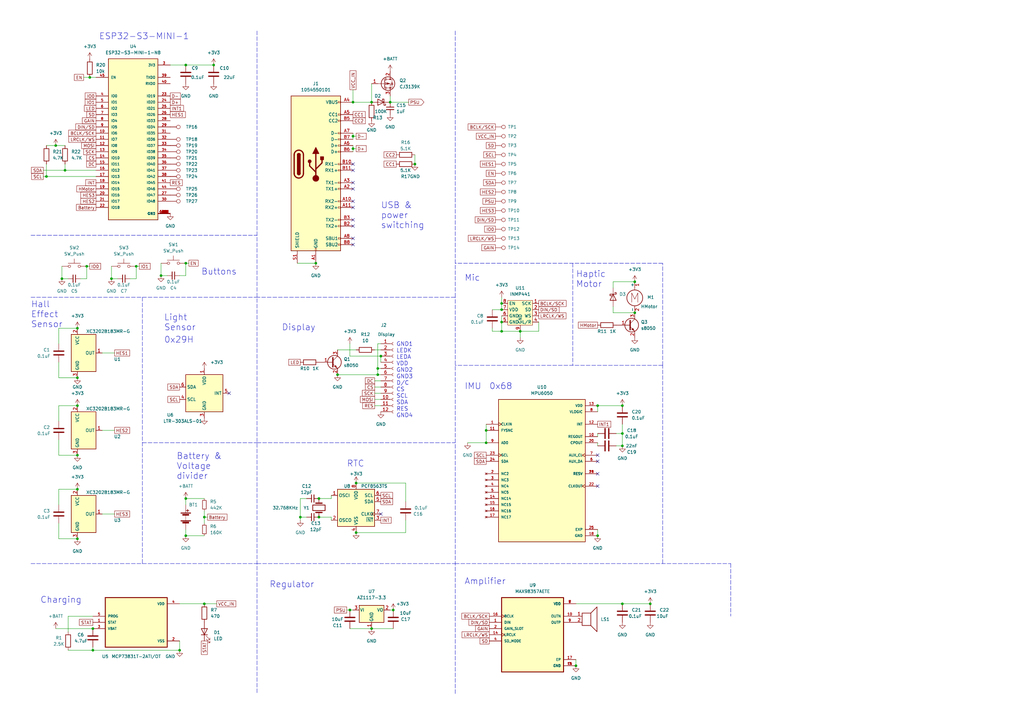
<source format=kicad_sch>
(kicad_sch (version 20211123) (generator eeschema)
  (paper "A3")
  (title_block (title "Nebula") (rev "V0.0") (company "Nicholas Gray"))
  (junction (at 205.74 124.46))
  (junction (at 199.39 176.53))
  (junction (at 38.1 257.81))
  (junction (at 130.81 204.47))
  (junction (at 205.74 135.89))
  (junction (at 255.27 182.88))
  (junction (at 170.18 67.31))
  (junction (at 144.78 60.96))
  (junction (at 83.82 247.65))
  (junction (at 245.11 166.37))
  (junction (at 26.67 69.85))
  (junction (at 76.2 219.71))
  (junction (at 260.35 128.27))
  (junction (at 255.27 166.37))
  (junction (at 87.63 26.67))
  (junction (at 213.36 135.89))
  (junction (at 154.94 153.67))
  (junction (at 143.51 250.19))
  (junction (at 156.21 146.05))
  (junction (at 22.86 59.69))
  (junction (at 161.29 250.19))
  (junction (at 152.4 257.81))
  (junction (at 144.78 55.88))
  (junction (at 130.81 212.09))
  (junction (at 36.83 31.75))
  (junction (at 129.54 107.95))
  (junction (at 199.39 181.61))
  (junction (at 152.4 41.91))
  (junction (at 76.2 107.95))
  (junction (at 31.75 166.37))
  (junction (at 205.74 132.08))
  (junction (at 45.72 114.3))
  (junction (at 76.2 204.47))
  (junction (at 31.75 186.69))
  (junction (at 25.4 114.3))
  (junction (at 66.04 113.03))
  (junction (at 236.22 273.05))
  (junction (at 266.7 247.65))
  (junction (at 19.05 72.39))
  (junction (at 245.11 219.71))
  (junction (at 38.1 266.7))
  (junction (at 255.27 177.8))
  (junction (at 55.88 109.22))
  (junction (at 146.05 218.44))
  (junction (at 160.02 41.91))
  (junction (at 31.75 220.98))
  (junction (at 260.35 115.57))
  (junction (at 73.66 266.7))
  (junction (at 154.94 151.13))
  (junction (at 31.75 200.66))
  (junction (at 31.75 154.94))
  (junction (at 35.56 109.22))
  (junction (at 31.75 134.62))
  (junction (at 255.27 247.65))
  (junction (at 83.82 212.09))
  (junction (at 123.19 212.09))
  (junction (at 138.43 153.67))
  (junction (at 144.78 41.91))
  (junction (at 146.05 198.12))
  (junction (at 76.2 26.67))
  (junction (at 205.74 127))
  (no_connect (at 144.78 69.85))
  (no_connect (at 156.21 210.82))
  (no_connect (at 144.78 92.71))
  (no_connect (at 245.11 199.39))
  (no_connect (at 144.78 67.31))
  (no_connect (at 245.11 194.31))
  (no_connect (at 144.78 82.55))
  (no_connect (at 93.98 161.29))
  (no_connect (at 144.78 90.17))
  (no_connect (at 144.78 85.09))
  (no_connect (at 144.78 100.33))
  (no_connect (at 144.78 97.79))
  (no_connect (at 245.11 189.23))
  (no_connect (at 144.78 77.47))
  (no_connect (at 245.11 186.69))
  (no_connect (at 144.78 74.93))
  (wire (pts (xy 201.93 135.89) (xy 205.74 135.89)))
  (wire (pts (xy 27.94 252.73) (xy 27.94 259.08)))
  (wire (pts (xy 66.04 113.03) (xy 68.58 113.03)))
  (wire (pts (xy 45.72 109.22) (xy 45.72 114.3)))
  (wire (pts (xy 252.73 182.88) (xy 255.27 182.88)))
  (wire (pts (xy 38.1 266.7) (xy 38.1 265.43)))
  (wire (pts (xy 201.93 135.89) (xy 201.93 134.62)))
  (polyline (pts (xy 12.7 231.14) (xy 58.42 231.14)))
  (wire (pts (xy 123.19 212.09) (xy 123.19 213.36)))
  (wire (pts (xy 17.78 72.39) (xy 19.05 72.39)))
  (wire (pts (xy 24.13 220.98) (xy 31.75 220.98)))
  (wire (pts (xy 156.21 146.05) (xy 156.21 148.59)))
  (polyline (pts (xy 58.42 181.61) (xy 105.41 181.61)))
  (wire (pts (xy 22.86 59.69) (xy 26.67 59.69)))
  (wire (pts (xy 161.29 250.19) (xy 160.02 250.19)))
  (wire (pts (xy 255.27 177.8) (xy 255.27 182.88)))
  (wire (pts (xy 153.67 156.21) (xy 156.21 156.21)))
  (wire (pts (xy 83.82 209.55) (xy 83.82 212.09)))
  (wire (pts (xy 45.72 114.3) (xy 48.26 114.3)))
  (wire (pts (xy 76.2 107.95) (xy 76.2 113.03)))
  (wire (pts (xy 260.35 128.27) (xy 251.46 128.27)))
  (wire (pts (xy 143.51 250.19) (xy 144.78 250.19)))
  (wire (pts (xy 251.46 115.57) (xy 260.35 115.57)))
  (wire (pts (xy 76.2 204.47) (xy 76.2 207.01)))
  (wire (pts (xy 213.36 138.43) (xy 213.36 135.89)))
  (wire (pts (xy 245.11 182.88) (xy 245.11 181.61)))
  (polyline (pts (xy 271.78 107.95) (xy 186.69 107.95)))
  (wire (pts (xy 166.37 218.44) (xy 166.37 213.36)))
  (wire (pts (xy 130.81 212.09) (xy 135.89 212.09)))
  (wire (pts (xy 170.18 63.5) (xy 170.18 67.31)))
  (wire (pts (xy 205.74 132.08) (xy 205.74 135.89)))
  (wire (pts (xy 83.82 247.65) (xy 88.9 247.65)))
  (polyline (pts (xy 186.69 12.7) (xy 186.69 121.92)))
  (polyline (pts (xy 271.78 231.14) (xy 271.78 149.86)))
  (wire (pts (xy 38.1 252.73) (xy 27.94 252.73)))
  (wire (pts (xy 76.2 26.67) (xy 69.85 26.67)))
  (wire (pts (xy 255.27 173.99) (xy 255.27 177.8)))
  (wire (pts (xy 144.78 59.69) (xy 144.78 60.96)))
  (wire (pts (xy 24.13 166.37) (xy 24.13 172.72)))
  (polyline (pts (xy 271.78 149.86) (xy 186.69 149.86)))
  (wire (pts (xy 35.56 109.22) (xy 35.56 114.3)))
  (wire (pts (xy 125.73 204.47) (xy 123.19 204.47)))
  (wire (pts (xy 245.11 177.8) (xy 245.11 179.07)))
  (wire (pts (xy 123.19 204.47) (xy 123.19 212.09)))
  (wire (pts (xy 76.2 204.47) (xy 83.82 204.47)))
  (wire (pts (xy 55.88 109.22) (xy 55.88 114.3)))
  (wire (pts (xy 41.91 210.82) (xy 46.99 210.82)))
  (wire (pts (xy 26.67 69.85) (xy 39.37 69.85)))
  (wire (pts (xy 22.86 257.81) (xy 38.1 257.81)))
  (wire (pts (xy 19.05 67.31) (xy 19.05 72.39)))
  (wire (pts (xy 25.4 114.3) (xy 27.94 114.3)))
  (wire (pts (xy 41.91 144.78) (xy 46.99 144.78)))
  (polyline (pts (xy 58.42 121.92) (xy 58.42 231.14)))
  (wire (pts (xy 26.67 67.31) (xy 26.67 69.85)))
  (wire (pts (xy 144.78 55.88) (xy 144.78 57.15)))
  (wire (pts (xy 154.94 153.67) (xy 156.21 153.67)))
  (wire (pts (xy 73.66 266.7) (xy 38.1 266.7)))
  (wire (pts (xy 17.78 69.85) (xy 26.67 69.85)))
  (wire (pts (xy 36.83 31.75) (xy 39.37 31.75)))
  (wire (pts (xy 33.02 114.3) (xy 35.56 114.3)))
  (wire (pts (xy 153.67 161.29) (xy 156.21 161.29)))
  (wire (pts (xy 73.66 262.89) (xy 73.66 266.7)))
  (polyline (pts (xy 234.95 107.95) (xy 234.95 149.86)))
  (wire (pts (xy 53.34 114.3) (xy 55.88 114.3)))
  (wire (pts (xy 251.46 118.11) (xy 251.46 115.57)))
  (polyline (pts (xy 12.7 121.92) (xy 105.41 121.92)))
  (wire (pts (xy 76.2 219.71) (xy 76.2 217.17)))
  (polyline (pts (xy 105.41 181.61) (xy 186.69 181.61)))
  (wire (pts (xy 123.19 212.09) (xy 125.73 212.09)))
  (wire (pts (xy 135.89 204.47) (xy 135.89 203.2)))
  (polyline (pts (xy 105.41 231.14) (xy 186.69 231.14)))
  (wire (pts (xy 24.13 134.62) (xy 24.13 140.97)))
  (wire (pts (xy 220.98 135.89) (xy 213.36 135.89)))
  (wire (pts (xy 236.22 247.65) (xy 255.27 247.65)))
  (polyline (pts (xy 186.69 231.14) (xy 299.72 231.14)))
  (polyline (pts (xy 271.78 149.86) (xy 271.78 107.95)))
  (wire (pts (xy 24.13 148.59) (xy 24.13 154.94)))
  (wire (pts (xy 154.94 151.13) (xy 156.21 151.13)))
  (wire (pts (xy 144.78 36.83) (xy 144.78 41.91)))
  (wire (pts (xy 156.21 140.97) (xy 154.94 140.97)))
  (wire (pts (xy 24.13 154.94) (xy 31.75 154.94)))
  (wire (pts (xy 35.56 109.22) (xy 36.83 109.22)))
  (wire (pts (xy 142.24 250.19) (xy 143.51 250.19)))
  (wire (pts (xy 245.11 217.17) (xy 245.11 219.71)))
  (wire (pts (xy 153.67 158.75) (xy 156.21 158.75)))
  (wire (pts (xy 83.82 212.09) (xy 83.82 214.63)))
  (wire (pts (xy 205.74 121.92) (xy 205.74 124.46)))
  (wire (pts (xy 152.4 34.29) (xy 152.4 41.91)))
  (wire (pts (xy 130.81 204.47) (xy 135.89 204.47)))
  (polyline (pts (xy 105.41 12.7) (xy 105.41 284.48)))
  (wire (pts (xy 19.05 72.39) (xy 39.37 72.39)))
  (wire (pts (xy 143.51 140.97) (xy 143.51 146.05)))
  (wire (pts (xy 199.39 181.61) (xy 199.39 176.53)))
  (wire (pts (xy 236.22 270.51) (xy 236.22 273.05)))
  (wire (pts (xy 153.67 166.37) (xy 156.21 166.37)))
  (wire (pts (xy 252.73 177.8) (xy 255.27 177.8)))
  (wire (pts (xy 146.05 218.44) (xy 166.37 218.44)))
  (wire (pts (xy 220.98 132.08) (xy 220.98 135.89)))
  (wire (pts (xy 73.66 247.65) (xy 83.82 247.65)))
  (wire (pts (xy 166.37 198.12) (xy 146.05 198.12)))
  (wire (pts (xy 138.43 153.67) (xy 154.94 153.67)))
  (wire (pts (xy 31.75 200.66) (xy 24.13 200.66)))
  (polyline (pts (xy 12.7 96.52) (xy 105.41 96.52)))
  (wire (pts (xy 146.05 143.51) (xy 138.43 143.51)))
  (wire (pts (xy 41.91 176.53) (xy 46.99 176.53)))
  (wire (pts (xy 144.78 55.88) (xy 146.05 55.88)))
  (wire (pts (xy 143.51 146.05) (xy 156.21 146.05)))
  (wire (pts (xy 27.94 266.7) (xy 38.1 266.7)))
  (wire (pts (xy 76.2 107.95) (xy 77.47 107.95)))
  (polyline (pts (xy 299.72 231.14) (xy 299.72 252.73)))
  (wire (pts (xy 24.13 180.34) (xy 24.13 186.69)))
  (wire (pts (xy 76.2 219.71) (xy 83.82 219.71)))
  (wire (pts (xy 144.78 60.96) (xy 146.05 60.96)))
  (wire (pts (xy 24.13 200.66) (xy 24.13 207.01)))
  (wire (pts (xy 154.94 151.13) (xy 154.94 153.67)))
  (wire (pts (xy 87.63 26.67) (xy 76.2 26.67)))
  (polyline (pts (xy 186.69 121.92) (xy 105.41 121.92)))
  (wire (pts (xy 19.05 59.69) (xy 22.86 59.69)))
  (wire (pts (xy 199.39 173.99) (xy 199.39 176.53)))
  (wire (pts (xy 85.09 212.09) (xy 83.82 212.09)))
  (wire (pts (xy 245.11 166.37) (xy 255.27 166.37)))
  (wire (pts (xy 255.27 247.65) (xy 266.7 247.65)))
  (wire (pts (xy 153.67 163.83) (xy 156.21 163.83)))
  (wire (pts (xy 191.77 181.61) (xy 199.39 181.61)))
  (wire (pts (xy 160.02 39.37) (xy 160.02 41.91)))
  (wire (pts (xy 160.02 41.91) (xy 167.64 41.91)))
  (wire (pts (xy 201.93 127) (xy 205.74 127)))
  (wire (pts (xy 31.75 166.37) (xy 24.13 166.37)))
  (wire (pts (xy 245.11 166.37) (xy 245.11 168.91)))
  (wire (pts (xy 24.13 186.69) (xy 31.75 186.69)))
  (wire (pts (xy 144.78 60.96) (xy 144.78 62.23)))
  (wire (pts (xy 205.74 124.46) (xy 205.74 127)))
  (wire (pts (xy 24.13 214.63) (xy 24.13 220.98)))
  (wire (pts (xy 251.46 128.27) (xy 251.46 125.73)))
  (wire (pts (xy 152.4 257.81) (xy 161.29 257.81)))
  (wire (pts (xy 55.88 109.22) (xy 57.15 109.22)))
  (polyline (pts (xy 58.42 231.14) (xy 105.41 231.14)))
  (wire (pts (xy 143.51 257.81) (xy 152.4 257.81)))
  (wire (pts (xy 73.66 113.03) (xy 76.2 113.03)))
  (wire (pts (xy 34.29 31.75) (xy 36.83 31.75)))
  (wire (pts (xy 66.04 107.95) (xy 66.04 113.03)))
  (wire (pts (xy 144.78 41.91) (xy 152.4 41.91)))
  (wire (pts (xy 166.37 205.74) (xy 166.37 198.12)))
  (wire (pts (xy 121.92 107.95) (xy 129.54 107.95)))
  (wire (pts (xy 205.74 129.54) (xy 205.74 132.08)))
  (wire (pts (xy 213.36 135.89) (xy 205.74 135.89)))
  (polyline (pts (xy 186.69 284.48) (xy 186.69 121.92)))
  (wire (pts (xy 25.4 109.22) (xy 25.4 114.3)))
  (wire (pts (xy 144.78 54.61) (xy 144.78 55.88)))
  (wire (pts (xy 154.94 140.97) (xy 154.94 151.13)))
  (wire (pts (xy 31.75 134.62) (xy 24.13 134.62)))
  (wire (pts (xy 135.89 212.09) (xy 135.89 213.36)))
  (wire (pts (xy 153.67 143.51) (xy 156.21 143.51)))
  (text "0x68" (at 200.66 160.02 0) (effects (font (size 2.54 2.54)) (justify left bottom)))
  (text "Regulator\n" (at 110.49 241.3 0) (effects (font (size 2.54 2.54)) (justify left bottom)))
  (text "Hall\nEffect\nSensor\n" (at 12.7 134.62 0) (effects (font (size 2.54 2.54)) (justify left bottom)))
  (text "Charging\n" (at 16.51 247.65 0) (effects (font (size 2.54 2.54)) (justify left bottom)))
  (text "GND1\nLEDK\nLEDA\nVDD\nGND2\nGND3\nD/C\nCS\nSCL\nSDA\nRES\nGND4\n" (at 162.56 171.45 0) (effects (font (size 1.651 1.651)) (justify left bottom)))
  (text "Haptic\nMotor\n" (at 236.22 118.11 0) (effects (font (size 2.54 2.54)) (justify left bottom)))
  (text "Amplifier\n" (at 190.5 240.03 0) (effects (font (size 2.54 2.54)) (justify left bottom)))
  (text "Display\n" (at 115.57 135.89 0) (effects (font (size 2.54 2.54)) (justify left bottom)))
  (text "USB &\npower\nswitching\n" (at 156.21 93.98 0) (effects (font (size 2.54 2.54)) (justify left bottom)))
  (text "ESP32-S3-MINI-1\n" (at 40.64 16.51 0) (effects (font (size 2.54 2.54)) (justify left bottom)))
  (text "Mic\n" (at 190.5 115.57 0) (effects (font (size 2.54 2.54)) (justify left bottom)))
  (text "Light\nSensor\n" (at 67.31 135.89 0) (effects (font (size 2.54 2.54)) (justify left bottom)))
  (text "IMU\n" (at 190.5 160.02 0) (effects (font (size 2.54 2.54)) (justify left bottom)))
  (text "0x29H\n" (at 67.31 140.97 0) (effects (font (size 2.54 2.54)) (justify left bottom)))
  (text "Buttons\n" (at 82.55 113.03 0) (effects (font (size 2.54 2.54)) (justify left bottom)))
  (text "Battery &\nVoltage\ndivider\n" (at 72.39 196.85 0) (effects (font (size 2.54 2.54)) (justify left bottom)))
  (text "RTC\n" (at 142.24 191.77 0) (effects (font (size 2.54 2.54)) (justify left bottom)))
  (global_label "Battery" (shape passive) (at 85.09 212.09 0) (property "Intersheet References" "${INTERSHEET_REFS}" (effects hide)))
  (global_label "LRCLK{slash}WS" (shape passive) (at 39.37 57.15 180) (property "Intersheet References" "${INTERSHEET_REFS}" (effects hide)))
  (global_label "GAIN" (shape passive) (at 200.66 257.81 180) (property "Intersheet References" "${INTERSHEET_REFS}" (effects hide)))
  (global_label "SCL" (shape passive) (at 156.21 203.2 0) (property "Intersheet References" "${INTERSHEET_REFS}" (effects hide)))
  (global_label "GAIN" (shape passive) (at 39.37 49.53 180) (property "Intersheet References" "${INTERSHEET_REFS}" (effects hide)))
  (global_label "INT1" (shape passive) (at 245.11 173.99 0) (property "Intersheet References" "${INTERSHEET_REFS}" (effects hide)))
  (global_label "DC" (shape passive) (at 39.37 67.31 180) (property "Intersheet References" "${INTERSHEET_REFS}" (effects hide)))
  (global_label "BCLK{slash}SCK" (shape passive) (at 39.37 54.61 180) (property "Intersheet References" "${INTERSHEET_REFS}" (effects hide)))
  (global_label "PSU" (shape passive) (at 203.2 82.55 180) (property "Intersheet References" "${INTERSHEET_REFS}" (effects hide)))
  (global_label "STAT" (shape passive) (at 38.1 255.27 180) (property "Intersheet References" "${INTERSHEET_REFS}" (effects hide)))
  (global_label "CC1" (shape passive) (at 144.78 46.99 0) (property "Intersheet References" "${INTERSHEET_REFS}" (effects hide)))
  (global_label "PSU" (shape passive) (at 142.24 250.19 180) (property "Intersheet References" "${INTERSHEET_REFS}" (effects hide)))
  (global_label "SDA" (shape passive) (at 203.2 74.93 180) (property "Intersheet References" "${INTERSHEET_REFS}" (effects hide)))
  (global_label "Battery" (shape passive) (at 39.37 85.09 180) (property "Intersheet References" "${INTERSHEET_REFS}" (effects hide)))
  (global_label "EN" (shape passive) (at 203.2 71.12 180) (property "Intersheet References" "${INTERSHEET_REFS}" (effects hide)))
  (global_label "HES2" (shape passive) (at 39.37 82.55 180) (property "Intersheet References" "${INTERSHEET_REFS}" (effects hide)))
  (global_label "DIN{slash}SD" (shape passive) (at 39.37 52.07 180) (property "Intersheet References" "${INTERSHEET_REFS}" (effects hide)))
  (global_label "IO0" (shape passive) (at 39.37 39.37 180) (property "Intersheet References" "${INTERSHEET_REFS}" (effects hide)))
  (global_label "DIN{slash}SD" (shape passive) (at 220.98 127 0) (property "Intersheet References" "${INTERSHEET_REFS}" (effects hide)))
  (global_label "SCL" (shape passive) (at 203.2 63.5 180) (property "Intersheet References" "${INTERSHEET_REFS}" (effects hide)))
  (global_label "SD" (shape passive) (at 203.2 59.69 180) (property "Intersheet References" "${INTERSHEET_REFS}" (effects hide)))
  (global_label "IO0" (shape passive) (at 36.83 109.22 0) (property "Intersheet References" "${INTERSHEET_REFS}" (effects hide)))
  (global_label "D+" (shape passive) (at 69.85 41.91 0) (property "Intersheet References" "${INTERSHEET_REFS}" (effects hide)))
  (global_label "CS" (shape passive) (at 153.67 158.75 180) (property "Intersheet References" "${INTERSHEET_REFS}" (effects hide)))
  (global_label "SDA" (shape passive) (at 73.66 158.75 180) (property "Intersheet References" "${INTERSHEET_REFS}" (effects hide)))
  (global_label "HES2" (shape passive) (at 46.99 176.53 0) (property "Intersheet References" "${INTERSHEET_REFS}" (effects hide)))
  (global_label "SCL" (shape passive) (at 199.39 186.69 180) (property "Intersheet References" "${INTERSHEET_REFS}" (effects hide)))
  (global_label "CC2" (shape passive) (at 162.56 63.5 180) (property "Intersheet References" "${INTERSHEET_REFS}" (effects hide)))
  (global_label "DIN{slash}SD" (shape passive) (at 203.2 90.17 180) (property "Intersheet References" "${INTERSHEET_REFS}" (effects hide)))
  (global_label "SD" (shape passive) (at 39.37 46.99 180) (property "Intersheet References" "${INTERSHEET_REFS}" (effects hide)))
  (global_label "DIN{slash}SD" (shape passive) (at 200.66 255.27 180) (property "Intersheet References" "${INTERSHEET_REFS}" (effects hide)))
  (global_label "RES" (shape passive) (at 153.67 166.37 180) (property "Intersheet References" "${INTERSHEET_REFS}" (effects hide)))
  (global_label "SCL" (shape passive) (at 73.66 163.83 180) (property "Intersheet References" "${INTERSHEET_REFS}" (effects hide)))
  (global_label "CC2" (shape passive) (at 144.78 49.53 0) (property "Intersheet References" "${INTERSHEET_REFS}" (effects hide)))
  (global_label "VCC_IN" (shape passive) (at 144.78 36.83 90) (property "Intersheet References" "${INTERSHEET_REFS}" (effects hide)))
  (global_label "LED" (shape passive) (at 39.37 44.45 180) (property "Intersheet References" "${INTERSHEET_REFS}" (effects hide)))
  (global_label "SCK" (shape passive) (at 153.67 161.29 180) (property "Intersheet References" "${INTERSHEET_REFS}" (effects hide)))
  (global_label "D-" (shape passive) (at 69.85 39.37 0) (property "Intersheet References" "${INTERSHEET_REFS}" (effects hide)))
  (global_label "HES1" (shape passive) (at 69.85 46.99 0) (property "Intersheet References" "${INTERSHEET_REFS}" (effects hide)))
  (global_label "HMotor" (shape passive) (at 245.11 133.35 180) (property "Intersheet References" "${INTERSHEET_REFS}" (effects hide)))
  (global_label "SDA" (shape passive) (at 199.39 189.23 180) (property "Intersheet References" "${INTERSHEET_REFS}" (effects hide)))
  (global_label "INT" (shape passive) (at 39.37 74.93 180) (property "Intersheet References" "${INTERSHEET_REFS}" (effects hide)))
  (global_label "CS" (shape passive) (at 39.37 64.77 180) (property "Intersheet References" "${INTERSHEET_REFS}" (effects hide)))
  (global_label "D+" (shape passive) (at 146.05 60.96 0) (property "Intersheet References" "${INTERSHEET_REFS}" (effects hide)))
  (global_label "IO0" (shape passive) (at 203.2 93.98 180) (property "Intersheet References" "${INTERSHEET_REFS}" (effects hide)))
  (global_label "CC1" (shape passive) (at 162.56 67.31 180) (property "Intersheet References" "${INTERSHEET_REFS}" (effects hide)))
  (global_label "HES1" (shape passive) (at 46.99 144.78 0) (property "Intersheet References" "${INTERSHEET_REFS}" (effects hide)))
  (global_label "STAT" (shape passive) (at 83.82 262.89 270) (property "Intersheet References" "${INTERSHEET_REFS}" (effects hide)))
  (global_label "VCC_IN" (shape passive) (at 88.9 247.65 0) (property "Intersheet References" "${INTERSHEET_REFS}" (effects hide)))
  (global_label "IO1" (shape passive) (at 57.15 109.22 0) (property "Intersheet References" "${INTERSHEET_REFS}" (effects hide)))
  (global_label "SCK" (shape passive) (at 39.37 62.23 180) (property "Intersheet References" "${INTERSHEET_REFS}" (effects hide)))
  (global_label "HES2" (shape passive) (at 203.2 78.74 180) (property "Intersheet References" "${INTERSHEET_REFS}" (effects hide)))
  (global_label "EN" (shape passive) (at 34.29 31.75 180) (property "Intersheet References" "${INTERSHEET_REFS}" (effects hide)))
  (global_label "BCLK{slash}SCK" (shape passive) (at 200.66 252.73 180) (property "Intersheet References" "${INTERSHEET_REFS}" (effects hide)))
  (global_label "INT" (shape passive) (at 156.21 213.36 0) (property "Intersheet References" "${INTERSHEET_REFS}" (effects hide)))
  (global_label "SD" (shape passive) (at 200.66 262.89 180) (property "Intersheet References" "${INTERSHEET_REFS}" (effects hide)))
  (global_label "HES1" (shape passive) (at 203.2 67.31 180) (property "Intersheet References" "${INTERSHEET_REFS}" (effects hide)))
  (global_label "GAIN" (shape passive) (at 203.2 101.6 180) (property "Intersheet References" "${INTERSHEET_REFS}" (effects hide)))
  (global_label "RES" (shape passive) (at 69.85 74.93 0) (property "Intersheet References" "${INTERSHEET_REFS}" (effects hide)))
  (global_label "EN" (shape passive) (at 77.47 107.95 0) (property "Intersheet References" "${INTERSHEET_REFS}" (effects hide)))
  (global_label "PSU" (shape output) (at 167.64 41.91 0) (property "Intersheet References" "${INTERSHEET_REFS}" (effects hide)))
  (global_label "IO1" (shape passive) (at 39.37 41.91 180) (property "Intersheet References" "${INTERSHEET_REFS}" (effects hide)))
  (global_label "HES3" (shape passive) (at 39.37 80.01 180) (property "Intersheet References" "${INTERSHEET_REFS}" (effects hide)))
  (global_label "MOSI" (shape passive) (at 153.67 163.83 180) (property "Intersheet References" "${INTERSHEET_REFS}" (effects hide)))
  (global_label "INT1" (shape passive) (at 69.85 44.45 0) (property "Intersheet References" "${INTERSHEET_REFS}" (effects hide)))
  (global_label "SCL" (shape passive) (at 17.78 72.39 180) (property "Intersheet References" "${INTERSHEET_REFS}" (effects hide)))
  (global_label "LRCLK{slash}WS" (shape passive) (at 220.98 129.54 0) (property "Intersheet References" "${INTERSHEET_REFS}" (effects hide)))
  (global_label "MOSI" (shape passive) (at 39.37 59.69 180) (property "Intersheet References" "${INTERSHEET_REFS}" (effects hide)))
  (global_label "VCC_IN" (shape passive) (at 203.2 55.88 180) (property "Intersheet References" "${INTERSHEET_REFS}" (effects hide)))
  (global_label "LRCLK{slash}WS" (shape passive) (at 200.66 260.35 180) (property "Intersheet References" "${INTERSHEET_REFS}" (effects hide)))
  (global_label "LRCLK{slash}WS" (shape passive) (at 203.2 97.79 180) (property "Intersheet References" "${INTERSHEET_REFS}" (effects hide)))
  (global_label "DC" (shape passive) (at 153.67 156.21 180) (property "Intersheet References" "${INTERSHEET_REFS}" (effects hide)))
  (global_label "SDA" (shape passive) (at 17.78 69.85 180) (property "Intersheet References" "${INTERSHEET_REFS}" (effects hide)))
  (global_label "BCLK{slash}SCK" (shape passive) (at 220.98 124.46 0) (property "Intersheet References" "${INTERSHEET_REFS}" (effects hide)))
  (global_label "HES3" (shape passive) (at 46.99 210.82 0) (property "Intersheet References" "${INTERSHEET_REFS}" (effects hide)))
  (global_label "SDA" (shape passive) (at 156.21 205.74 0) (property "Intersheet References" "${INTERSHEET_REFS}" (effects hide)))
  (global_label "HES3" (shape passive) (at 203.2 86.36 180) (property "Intersheet References" "${INTERSHEET_REFS}" (effects hide)))
  (global_label "D-" (shape passive) (at 146.05 55.88 0) (property "Intersheet References" "${INTERSHEET_REFS}" (effects hide)))
  (global_label "LED" (shape passive) (at 123.19 148.59 180) (property "Intersheet References" "${INTERSHEET_REFS}" (effects hide)))
  (global_label "HMotor" (shape passive) (at 39.37 77.47 180) (property "Intersheet References" "${INTERSHEET_REFS}" (effects hide)))
  (global_label "BCLK{slash}SCK" (shape passive) (at 203.2 52.07 180) (property "Intersheet References" "${INTERSHEET_REFS}" (effects hide)))
  (symbol (lib_id "power:+3.3V") (at 22.86 59.69 0) (unit 1)
    (property "Reference" "#PWR0151" (effects hide))
    (property "Value" "+3.3V" (at 22.86 54.61 0))
  )
  (symbol (lib_id "power:GND") (at 87.63 34.29 0) (mirror y) (unit 1)
    (property "Reference" "#PWR0109" (effects hide))
    (property "Value" "GND" (at 87.63 39.37 0))
  )
  (symbol (lib_name "DRV5033AJxDBZ_1") (lib_id "Sensor_Magnetic:DRV5033AJxDBZ") (at 34.29 144.78 0) (unit 1)
    (property "Reference" "U1" (at 49.53 147.32 0) (effects (justify right)))
    (property "Value" "XC3202B183MR-G" (at 53.34 135.89 0) (effects (justify right)))
    (property "Footprint" "Package_TO_SOT_SMD:SOT-23" (effects hide))
    (property "Datasheet" "https://www.ti.com/lit/ds/symlink/drv5033.pdf" (effects hide))
  )
  (symbol (lib_id "Device:R") (at 152.4 45.72 180) (unit 1)
    (property "Reference" "R13" (at 154.94 48.26 0))
    (property "Value" "100K" (at 156.21 45.72 0))
    (property "Footprint" "Resistor_SMD:R_0402_1005Metric" (effects hide))
    (property "LCSC" "C413017" (effects hide))
  )
  (symbol (lib_id "Connector:TestPoint") (at 69.85 52.07 270) (unit 1)
    (property "Reference" "TP16" (at 76.2 52.07 90) (effects (justify left)))
    (property "Value" "TestPoint" (effects hide))
    (property "Footprint" "TestPoint:TestPoint_Pad_1.5x1.5mm" (effects hide))
  )
  (symbol (lib_id "power:GND") (at 152.4 257.81 0) (unit 1)
    (property "Reference" "#PWR0124" (effects hide))
    (property "Value" "GND" (at 152.4 262.89 0))
  )
  (symbol (lib_id "power:GND") (at 146.05 218.44 0) (unit 1)
    (property "Reference" "#PWR0134" (effects hide))
    (property "Value" "GND" (effects hide))
  )
  (symbol (lib_id "Device:D_Schottky") (at 251.46 121.92 270) (unit 1)
    (property "Reference" "D3" (at 254 120.6499 90) (effects (justify left)))
    (property "Value" "SD0805S020S1R0" (effects hide))
    (property "Footprint" "Diode_SMD:D_0603_1608Metric" (effects hide))
    (property "LCSC" "C143773" (effects hide))
  )
  (symbol (lib_id "Connector:TestPoint") (at 69.85 67.31 270) (unit 1)
    (property "Reference" "TP22" (at 76.2 67.31 90) (effects (justify left)))
    (property "Value" "TestPoint" (effects hide))
    (property "Footprint" "TestPoint:TestPoint_Pad_1.5x1.5mm" (effects hide))
  )
  (symbol (lib_id "Device:C") (at 255.27 170.18 180) (unit 1)
    (property "Reference" "C20" (at 259.08 168.9099 0) (effects (justify right)))
    (property "Value" "0.1uF" (at 259.08 171.4499 0) (effects (justify right)))
    (property "Footprint" "Capacitor_SMD:C_0402_1005Metric" (effects hide))
    (property "LCSC" "C123453" (effects hide))
  )
  (symbol (lib_id "Device:R") (at 166.37 63.5 270) (unit 1)
    (property "Reference" "R16" (at 166.37 58.42 90))
    (property "Value" "5.1K" (at 166.37 60.96 90))
    (property "Footprint" "Resistor_SMD:R_0402_1005Metric" (effects hide))
    (property "LCSC" "C328327" (effects hide))
  )
  (symbol (lib_id "Device:C_Small") (at 50.8 114.3 270) (mirror x) (unit 1)
    (property "Reference" "C7" (at 50.8 119.38 90))
    (property "Value" "0.1uF" (at 50.8 116.84 90))
    (property "Footprint" "Capacitor_SMD:C_0402_1005Metric" (effects hide))
    (property "LCSC" "C123453" (effects hide))
  )
  (symbol (lib_id "Device:C") (at 24.13 210.82 0) (unit 1)
    (property "Reference" "C3" (at 17.78 209.55 0) (effects (justify left)))
    (property "Value" "0.1uF" (at 15.24 212.09 0) (effects (justify left)))
    (property "Footprint" "Capacitor_SMD:C_0402_1005Metric" (effects hide))
    (property "LCSC" "C123453" (effects hide))
  )
  (symbol (lib_id "Connector:TestPoint") (at 69.85 62.23 270) (unit 1)
    (property "Reference" "TP20" (at 76.2 62.23 90) (effects (justify left)))
    (property "Value" "TestPoint" (effects hide))
    (property "Footprint" "TestPoint:TestPoint_Pad_1.5x1.5mm" (effects hide))
  )
  (symbol (lib_id "Device:C") (at 38.1 261.62 0) (unit 1)
    (property "Reference" "C6" (at 31.75 260.35 0) (effects (justify left)))
    (property "Value" "4.7uF" (at 30.48 262.89 0) (effects (justify left)))
    (property "Footprint" "Capacitor_SMD:C_0402_1005Metric" (effects hide))
    (property "LCSC" "C87147" (effects hide))
  )
  (symbol (lib_id "power:GND") (at 266.7 255.27 0) (unit 1)
    (property "Reference" "#PWR0137" (effects hide))
    (property "Value" "GND" (at 266.7 260.35 0))
  )
  (symbol (lib_id "power:GND") (at 255.27 182.88 0) (unit 1)
    (property "Reference" "#PWR0144" (effects hide))
    (property "Value" "GND" (at 255.27 187.96 0))
  )
  (symbol (lib_id "power:GND") (at 83.82 171.45 0) (unit 1)
    (property "Reference" "#PWR0106" (effects hide))
    (property "Value" "GND" (effects hide))
  )
  (symbol (lib_id "power:GND") (at 160.02 46.99 0) (unit 1)
    (property "Reference" "#PWR0118" (effects hide))
    (property "Value" "GND" (at 160.02 52.07 0))
  )
  (symbol (lib_id "power:GND") (at 129.54 107.95 0) (unit 1)
    (property "Reference" "#PWR0121" (effects hide))
    (property "Value" "GND" (at 129.54 113.03 0))
  )
  (symbol (lib_id "Switch:SW_Push") (at 71.12 107.95 0) (mirror y) (unit 1)
    (property "Reference" "SW1" (at 71.12 100.33 0))
    (property "Value" "SW_Push" (at 71.12 102.87 0))
    (property "Footprint" "footprint:SW_EVQ-P7J01P" (effects hide))
  )
  (symbol (lib_id "power:+3.3V") (at 36.83 24.13 0) (unit 1)
    (property "Reference" "#PWR0150" (effects hide))
    (property "Value" "+3.3V" (at 36.83 19.05 0))
  )
  (symbol (lib_id "power:GND") (at 191.77 181.61 0) (unit 1)
    (property "Reference" "#PWR0142" (effects hide))
    (property "Value" "GND" (at 191.77 186.69 0))
  )
  (symbol (lib_id "power:+3.3V") (at 255.27 166.37 0) (unit 1)
    (property "Reference" "#PWR0145" (effects hide))
    (property "Value" "+3.3V" (at 255.27 161.29 0))
  )
  (symbol (lib_id "MAX98357AETE:MAX98357AETE") (at 218.44 260.35 0) (unit 1)
    (property "Reference" "U9" (at 218.44 240.03 0))
    (property "Value" "MAX98357AETE" (at 218.44 242.57 0))
    (property "Footprint" "footprint:QFN50P300X300X80-17N" (effects hide))
    (property "Price" "None" (effects hide))
    (property "MF" "Maxim Integrated" (effects hide))
    (property "Description" "Audio Amp Speaker 1-CH Mono Class-D 16-Pin TQFN EP T/R" (effects hide))
    (property "MP" "MAX98357AETE" (effects hide))
    (property "LCSC" "C910544" (effects hide))
  )
  (symbol (lib_id "Connector:TestPoint") (at 69.85 57.15 270) (unit 1)
    (property "Reference" "TP18" (at 76.2 57.15 90) (effects (justify left)))
    (property "Value" "TestPoint" (effects hide))
    (property "Footprint" "TestPoint:TestPoint_Pad_1.5x1.5mm" (effects hide))
  )
  (symbol (lib_id "Connector:TestPoint") (at 69.85 77.47 270) (unit 1)
    (property "Reference" "TP25" (at 76.2 77.47 90) (effects (justify left)))
    (property "Value" "TestPoint" (effects hide))
    (property "Footprint" "TestPoint:TestPoint_Pad_1.5x1.5mm" (effects hide))
  )
  (symbol (lib_id "power:+3.3V") (at 31.75 134.62 0) (unit 1)
    (property "Reference" "#PWR0113" (effects hide))
    (property "Value" "+3.3V" (at 31.75 129.54 0))
  )
  (symbol (lib_id "power:GND") (at 73.66 266.7 0) (unit 1)
    (property "Reference" "#PWR0123" (effects hide))
    (property "Value" "GND" (at 69.85 269.24 0))
  )
  (symbol (lib_id "Device:LED") (at 83.82 259.08 90) (unit 1)
    (property "Reference" "D1" (at 87.63 259.3974 90) (effects (justify right)))
    (property "Value" "LED" (at 87.63 261.9374 90) (effects (justify right)))
    (property "Footprint" "LED_SMD:LED_0603_1608Metric" (effects hide))
  )
  (symbol (lib_id "Timer_RTC:PCF8563TS") (at 146.05 208.28 0) (unit 1)
    (property "Reference" "U8" (at 140.97 199.39 0) (effects (justify left)))
    (property "Value" "PCF8563TS" (at 148.0694 199.39 0) (effects (justify left)))
    (property "Footprint" "Package_SO:TSSOP-8_3x3mm_P0.65mm" (effects hide))
    (property "Datasheet" "https://assets.nexperia.com/documents/data-sheet/PCF8563.pdf" (effects hide))
  )
  (symbol (lib_id "Device:R") (at 26.67 63.5 0) (unit 1)
    (property "Reference" "R22" (at 29.21 62.2299 0) (effects (justify left)))
    (property "Value" "4.7K" (at 29.21 64.7699 0) (effects (justify left)))
    (property "Footprint" "Resistor_SMD:R_0402_1005Metric" (effects hide))
    (property "LCSC" "C2906869" (effects hide))
  )
  (symbol (lib_id "Connector:TestPoint") (at 69.85 69.85 270) (unit 1)
    (property "Reference" "TP23" (at 76.2 69.85 90) (effects (justify left)))
    (property "Value" "TestPoint" (effects hide))
    (property "Footprint" "TestPoint:TestPoint_Pad_1.5x1.5mm" (effects hide))
  )
  (symbol (lib_id "Device:R") (at 83.82 251.46 180) (unit 1)
    (property "Reference" "R7" (at 86.36 250.1899 0) (effects (justify right)))
    (property "Value" "470" (at 86.36 252.7299 0) (effects (justify right)))
    (property "Footprint" "Resistor_SMD:R_0402_1005Metric" (effects hide))
    (property "LCSC" "C284584" (effects hide))
  )
  (symbol (lib_id "power:GND") (at 31.75 154.94 0) (unit 1)
    (property "Reference" "#PWR0114" (effects hide))
    (property "Value" "GND" (at 31.75 158.75 0))
  )
  (symbol (lib_id "Connector:TestPoint") (at 203.2 78.74 270) (unit 1)
    (property "Reference" "TP8" (at 208.28 78.74 90) (effects (justify left)))
    (property "Value" "TestPoint" (effects hide))
    (property "Footprint" "TestPoint:TestPoint_Pad_2.5x2.5mm" (effects hide))
  )
  (symbol (lib_id "Device:R") (at 36.83 27.94 0) (unit 1)
    (property "Reference" "R20" (at 39.37 26.6699 0) (effects (justify left)))
    (property "Value" "10k" (at 39.37 29.2099 0) (effects (justify left)))
    (property "Footprint" "Resistor_SMD:R_0402_1005Metric" (effects hide))
    (property "LCSC" "C278577" (effects hide))
  )
  (symbol (lib_id "Connector:TestPoint") (at 69.85 72.39 270) (unit 1)
    (property "Reference" "TP24" (at 76.2 72.39 90) (effects (justify left)))
    (property "Value" "TestPoint" (effects hide))
    (property "Footprint" "TestPoint:TestPoint_Pad_1.5x1.5mm" (effects hide))
  )
  (symbol (lib_id "Connector:TestPoint") (at 203.2 86.36 270) (unit 1)
    (property "Reference" "TP10" (at 208.28 86.36 90) (effects (justify left)))
    (property "Value" "TestPoint" (effects hide))
    (property "Footprint" "TestPoint:TestPoint_Pad_2.5x2.5mm" (effects hide))
  )
  (symbol (lib_id "power:GND") (at 76.2 34.29 0) (mirror y) (unit 1)
    (property "Reference" "#PWR0108" (effects hide))
    (property "Value" "GND" (at 76.2 39.37 0))
  )
  (symbol (lib_id "Connector:TestPoint") (at 203.2 52.07 270) (unit 1)
    (property "Reference" "TP1" (at 208.28 52.07 90) (effects (justify left)))
    (property "Value" "TestPoint" (effects hide))
    (property "Footprint" "TestPoint:TestPoint_Pad_2.5x2.5mm" (effects hide))
  )
  (symbol (lib_id "Connector:TestPoint") (at 69.85 64.77 270) (unit 1)
    (property "Reference" "TP21" (at 76.2 64.77 90) (effects (justify left)))
    (property "Value" "TestPoint" (effects hide))
    (property "Footprint" "TestPoint:TestPoint_Pad_1.5x1.5mm" (effects hide))
  )
  (symbol (lib_id "Device:Q_NPN_BEC") (at 257.81 133.35 0) (unit 1)
    (property "Reference" "Q3" (at 262.89 132.0799 0) (effects (justify left)))
    (property "Value" "s8050" (at 262.89 134.6199 0) (effects (justify left)))
    (property "Footprint" "Package_TO_SOT_SMD:SOT-23" (effects hide))
    (property "LCSC" "C779775" (effects hide))
  )
  (symbol (lib_id "ESP32-S3-MINI-1-N8:ESP32-S3-MINI-1-N8") (at 54.61 57.15 0) (unit 1)
    (property "Reference" "U4" (at 54.61 19.05 0))
    (property "Value" "ESP32-S3-MINI-1-N8" (at 54.61 21.59 0))
    (property "Footprint" "footprint:XCVR_ESP32-S3-MINI-1-N8" (effects hide))
    (property "STANDARD" "Manufacturer Recommendations" (effects hide))
    (property "MAXIMUM_PACKAGE_HEIGHT" "2.55mm" (effects hide))
    (property "MANUFACTURER" "Espressif" (effects hide))
    (property "PARTREV" "v0.6" (effects hide))
    (property "LCSC " "C2913206" (effects hide))
  )
  (symbol (lib_id "Sensor_Optical:LTR-303ALS-01") (at 83.82 161.29 0) (unit 1)
    (property "Reference" "U6" (at 69.85 170.18 0))
    (property "Value" "LTR-303ALS-01" (at 74.93 172.72 0))
    (property "Footprint" "OptoDevice:Lite-On_LTR-303ALS-01" (effects hide))
    (property "Datasheet" "http://optoelectronics.liteon.com/upload/download/DS86-2013-0004/LTR-303ALS-01_DS_V1.pdf" (effects hide))
    (property "LCSC" "C364577" (effects hide))
  )
  (symbol (lib_id "Connector:Conn_01x12_Female") (at 161.29 153.67 0) (unit 1)
    (property "Reference" "J2" (at 156.21 133.35 0) (effects (justify left)))
    (property "Value" "Display" (at 154.94 137.16 0) (effects (justify left)))
    (property "Footprint" "footprint:Circular Display connector" (effects hide))
  )
  (symbol (lib_id "Device:C") (at 24.13 144.78 0) (unit 1)
    (property "Reference" "C1" (at 17.78 143.51 0) (effects (justify left)))
    (property "Value" "0.1uF" (at 15.24 146.05 0) (effects (justify left)))
    (property "Footprint" "Capacitor_SMD:C_0402_1005Metric" (effects hide))
    (property "LCSC" "C123453" (effects hide))
  )
  (symbol (lib_id "power:+3.3V") (at 146.05 198.12 0) (unit 1)
    (property "Reference" "#PWR0133" (effects hide))
    (property "Value" "+3.3V" (at 146.05 194.31 0))
  )
  (symbol (lib_id "power:GND") (at 31.75 186.69 0) (unit 1)
    (property "Reference" "#PWR0130" (effects hide))
    (property "Value" "GND" (at 31.75 191.77 0))
  )
  (symbol (lib_id "Device:R") (at 248.92 133.35 90) (unit 1)
    (property "Reference" "R11" (at 248.92 135.89 90) (effects (justify left)))
    (property "Value" "1K" (at 252.73 135.89 90) (effects (justify left)))
    (property "Footprint" "Resistor_SMD:R_0402_1005Metric" (effects hide))
    (property "LCSC" "C242161" (effects hide))
  )
  (symbol (lib_id "power:GND") (at 152.4 49.53 0) (unit 1)
    (property "Reference" "#PWR0117" (effects hide))
    (property "Value" "GND" (at 152.4 53.34 0))
  )
  (symbol (lib_id "power:GND") (at 69.85 87.63 0) (unit 1)
    (property "Reference" "#PWR0111" (effects hide))
    (property "Value" "GND" (at 69.85 92.71 0))
  )
  (symbol (lib_id "Device:R") (at 149.86 143.51 90) (unit 1)
    (property "Reference" "R12" (at 149.86 137.16 90))
    (property "Value" "10" (at 149.86 139.7 90))
    (property "Footprint" "Resistor_SMD:R_0402_1005Metric" (effects hide))
    (property "LCSC" "C413044" (effects hide))
  )
  (symbol (lib_id "Connector:TestPoint") (at 69.85 82.55 270) (unit 1)
    (property "Reference" "TP27" (at 76.2 82.55 90) (effects (justify left)))
    (property "Value" "TestPoint" (effects hide))
    (property "Footprint" "TestPoint:TestPoint_Pad_1.5x1.5mm" (effects hide))
  )
  (symbol (lib_id "Device:C_Small") (at 128.27 212.09 270) (unit 1)
    (property "Reference" "C13" (at 129.54 214.63 90))
    (property "Value" "12pF" (at 129.54 217.17 90))
    (property "Footprint" "Capacitor_SMD:C_0402_1005Metric" (effects hide))
    (property "LCSC" "C696888" (effects hide))
  )
  (symbol (lib_id "power:+3.3V") (at 87.63 26.67 0) (mirror y) (unit 1)
    (property "Reference" "#PWR0110" (effects hide))
    (property "Value" "+3.3V" (at 87.63 21.59 0))
  )
  (symbol (lib_id "MCP73831T-2ATI_OT:MCP73831T-2ATI{slash}OT") (at 55.88 255.27 0) (unit 1)
    (property "Reference" "U5" (at 43.18 269.24 0))
    (property "Value" "MCP73831T-2ATI/OT" (at 55.88 269.24 0))
    (property "Footprint" "Package_TO_SOT_SMD:SOT-23-5" (effects hide))
    (property "LCSC" "C14879" (effects hide))
  )
  (symbol (lib_id "Device:C") (at 161.29 254 180) (unit 1)
    (property "Reference" "C17" (at 166.37 254 0))
    (property "Value" "10uF" (at 166.37 251.46 0))
    (property "Footprint" "Capacitor_SMD:C_0402_1005Metric" (effects hide))
    (property "LCSC" "C15525" (effects hide))
  )
  (symbol (lib_id "Device:C") (at 248.92 182.88 270) (unit 1)
    (property "Reference" "C19" (at 259.08 185.42 90))
    (property "Value" "22nF" (at 259.08 182.88 90))
    (property "Footprint" "Capacitor_SMD:C_0402_1005Metric" (effects hide))
    (property "LCSC" "C380305" (effects hide))
  )
  (symbol (lib_id "power:GND") (at 213.36 138.43 0) (unit 1)
    (property "Reference" "#PWR0147" (effects hide))
    (property "Value" "GND" (at 213.36 143.51 0))
  )
  (symbol (lib_id "Device:C_Small") (at 160.02 44.45 0) (unit 1)
    (property "Reference" "C15" (at 162.56 43.1862 0) (effects (justify left)))
    (property "Value" "1uF" (at 162.56 45.7262 0) (effects (justify left)))
    (property "Footprint" "Capacitor_SMD:C_0402_1005Metric" (effects hide))
    (property "LCSC" "C14445" (effects hide))
  )
  (symbol (lib_id "Connector:TestPoint") (at 203.2 93.98 270) (unit 1)
    (property "Reference" "TP12" (at 208.28 93.98 90) (effects (justify left)))
    (property "Value" "TestPoint" (effects hide))
    (property "Footprint" "TestPoint:TestPoint_Pad_2.5x2.5mm" (effects hide))
  )
  (symbol (lib_id "Device:R") (at 127 148.59 90) (unit 1)
    (property "Reference" "R10" (at 127 151.13 90) (effects (justify left)))
    (property "Value" "1K" (at 130.81 151.13 90) (effects (justify left)))
    (property "Footprint" "Resistor_SMD:R_0402_1005Metric" (effects hide))
    (property "LCSC" "C242161" (effects hide))
  )
  (symbol (lib_id "Connector:TestPoint") (at 203.2 55.88 270) (unit 1)
    (property "Reference" "TP2" (at 208.28 55.88 90) (effects (justify left)))
    (property "Value" "TestPoint" (effects hide))
    (property "Footprint" "TestPoint:TestPoint_Pad_2.5x2.5mm" (effects hide))
  )
  (symbol (lib_id "Device:R") (at 19.05 63.5 0) (unit 1)
    (property "Reference" "R21" (at 21.59 62.2299 0) (effects (justify left)))
    (property "Value" "4.7K" (at 21.59 64.7699 0) (effects (justify left)))
    (property "Footprint" "Resistor_SMD:R_0402_1005Metric" (effects hide))
    (property "LCSC" "C2906869" (effects hide))
  )
  (symbol (lib_id "power:+3.3V") (at 266.7 247.65 0) (unit 1)
    (property "Reference" "#PWR0139" (effects hide))
    (property "Value" "+3.3V" (at 266.7 242.57 0))
  )
  (symbol (lib_id "Device:C") (at 87.63 30.48 0) (mirror y) (unit 1)
    (property "Reference" "C10" (at 93.98 27.94 0) (effects (justify left)))
    (property "Value" "22uF" (at 96.52 31.75 0) (effects (justify left)))
    (property "Footprint" "Capacitor_SMD:C_0402_1005Metric" (effects hide))
    (property "LCSC" "C415703" (effects hide))
  )
  (symbol (lib_id "Device:Q_NPN_BEC") (at 135.89 148.59 0) (unit 1)
    (property "Reference" "Q1" (at 140.97 147.3199 0) (effects (justify left)))
    (property "Value" "s8050" (at 140.97 149.8599 0) (effects (justify left)))
    (property "Footprint" "Package_TO_SOT_SMD:SOT-23" (effects hide))
    (property "LCSC" "C779775" (effects hide))
  )
  (symbol (lib_id "power:+3.3V") (at 205.74 121.92 0) (unit 1)
    (property "Reference" "#PWR0146" (effects hide))
    (property "Value" "+3.3V" (at 205.74 116.84 0))
  )
  (symbol (lib_id "power:+3.3V") (at 143.51 140.97 0) (unit 1)
    (property "Reference" "#PWR0120" (effects hide))
    (property "Value" "+3.3V" (at 143.51 135.89 0))
  )
  (symbol (lib_id "Device:R_Small") (at 83.82 217.17 0) (unit 1)
    (property "Reference" "R6" (at 86.106 215.8999 0) (effects (justify left)))
    (property "Value" "160K" (at 86.106 218.4399 0) (effects (justify left)))
    (property "Footprint" "Resistor_SMD:R_0402_1005Metric" (effects hide))
    (property "LCSC" "C273339" (effects hide))
  )
  (symbol (lib_id "power:GND") (at 245.11 219.71 0) (unit 1)
    (property "Reference" "#PWR0143" (effects hide))
    (property "Value" "GND" (at 245.11 224.79 0))
  )
  (symbol (lib_id "Connector:TestPoint") (at 203.2 90.17 270) (unit 1)
    (property "Reference" "TP11" (at 208.28 90.17 90) (effects (justify left)))
    (property "Value" "TestPoint" (effects hide))
    (property "Footprint" "TestPoint:TestPoint_Pad_2.5x2.5mm" (effects hide))
  )
  (symbol (lib_id "Connector:TestPoint") (at 69.85 59.69 270) (unit 1)
    (property "Reference" "TP19" (at 76.2 59.69 90) (effects (justify left)))
    (property "Value" "TestPoint" (effects hide))
    (property "Footprint" "TestPoint:TestPoint_Pad_1.5x1.5mm" (effects hide))
  )
  (symbol (lib_id "Connector:TestPoint") (at 203.2 59.69 270) (unit 1)
    (property "Reference" "TP3" (at 208.28 59.69 90) (effects (justify left)))
    (property "Value" "TestPoint" (effects hide))
    (property "Footprint" "TestPoint:TestPoint_Pad_2.5x2.5mm" (effects hide))
  )
  (symbol (lib_id "power:+BATT") (at 160.02 29.21 0) (unit 1)
    (property "Reference" "#PWR0116" (effects hide))
    (property "Value" "+BATT" (at 160.02 24.13 0))
  )
  (symbol (lib_id "Connector:USB_C_Receptacle") (at 129.54 67.31 0) (unit 1)
    (property "Reference" "J1" (at 129.54 34.29 0))
    (property "Value" "1054550101" (at 129.54 36.83 0))
    (property "Footprint" "footprint:MOLEX_1054550101" (effects hide))
    (property "Datasheet" "https://www.usb.org/sites/default/files/documents/usb_type-c.zip" (effects hide))
  )
  (symbol (lib_id "power:+3.3V") (at 161.29 250.19 0) (unit 1)
    (property "Reference" "#PWR0125" (effects hide))
    (property "Value" "+3.3V" (at 165.1 247.65 0))
  )
  (symbol (lib_id "Device:R") (at 166.37 67.31 270) (unit 1)
    (property "Reference" "R17" (at 166.37 72.39 90))
    (property "Value" "5.1K" (at 166.37 69.85 90))
    (property "Footprint" "Resistor_SMD:R_0402_1005Metric" (effects hide))
    (property "LCSC" "C328327" (effects hide))
  )
  (symbol (lib_id "power:GND") (at 76.2 219.71 0) (unit 1)
    (property "Reference" "#PWR0101" (effects hide))
    (property "Value" "GND" (at 76.2 224.79 0))
  )
  (symbol (lib_id "Device:C") (at 248.92 177.8 90) (unit 1)
    (property "Reference" "C18" (at 259.08 176.53 90))
    (property "Value" "0.1uF" (at 259.08 179.07 90))
    (property "Footprint" "Capacitor_SMD:C_0402_1005Metric" (effects hide))
    (property "LCSC" "C123453" (effects hide))
  )
  (symbol (lib_id "Device:R") (at 27.94 262.89 180) (unit 1)
    (property "Reference" "R1" (at 24.13 261.62 0))
    (property "Value" "2.5K" (at 24.13 264.16 0))
    (property "Footprint" "Resistor_SMD:R_0402_1005Metric" (effects hide))
    (property "LCSC" "C2692758" (effects hide))
  )
  (symbol (lib_id "power:GND") (at 255.27 255.27 0) (unit 1)
    (property "Reference" "#PWR0138" (effects hide))
    (property "Value" "GND" (at 255.27 260.35 0))
  )
  (symbol (lib_id "Device:C") (at 166.37 209.55 180) (unit 1)
    (property "Reference" "C16" (at 171.45 210.82 0))
    (property "Value" "0.1uF" (at 172.72 208.28 0))
    (property "Footprint" "Capacitor_SMD:C_0402_1005Metric" (effects hide))
    (property "LCSC" "C123453" (effects hide))
  )
  (symbol (lib_id "Audio:INMP441") (at 213.36 119.38 0) (unit 1)
    (property "Reference" "U11" (at 213.36 118.11 0))
    (property "Value" "INMP441" (at 213.36 120.65 0))
    (property "Footprint" "footprint:INMP441" (effects hide))
  )
  (symbol (lib_id "Device:C") (at 24.13 176.53 0) (unit 1)
    (property "Reference" "C2" (at 17.78 175.26 0) (effects (justify left)))
    (property "Value" "0.1uF" (at 15.24 177.8 0) (effects (justify left)))
    (property "Footprint" "Capacitor_SMD:C_0402_1005Metric" (effects hide))
    (property "LCSC" "C123453" (effects hide))
  )
  (symbol (lib_id "Device:C") (at 143.51 254 180) (unit 1)
    (property "Reference" "C11" (at 138.43 256.54 0))
    (property "Value" "10uF" (at 138.43 254 0))
    (property "Footprint" "Capacitor_SMD:C_0402_1005Metric" (effects hide))
    (property "LCSC" "C15525" (effects hide))
  )
  (symbol (lib_id "Connector:TestPoint") (at 203.2 82.55 270) (unit 1)
    (property "Reference" "TP9" (at 208.28 82.55 90) (effects (justify left)))
    (property "Value" "TestPoint" (effects hide))
    (property "Footprint" "TestPoint:TestPoint_Pad_2.5x2.5mm" (effects hide))
  )
  (symbol (lib_id "power:+3.3V") (at 83.82 151.13 0) (unit 1)
    (property "Reference" "#PWR0105" (effects hide))
    (property "Value" "+3.3V" (at 88.9 148.59 0))
  )
  (symbol (lib_id "Connector:TestPoint") (at 203.2 71.12 270) (unit 1)
    (property "Reference" "TP6" (at 208.28 71.12 90) (effects (justify left)))
    (property "Value" "TestPoint" (effects hide))
    (property "Footprint" "TestPoint:TestPoint_Pad_2.5x2.5mm" (effects hide))
  )
  (symbol (lib_id "Device:C_Small") (at 71.12 113.03 270) (mirror x) (unit 1)
    (property "Reference" "C4" (at 71.12 118.11 90))
    (property "Value" "0.1uF" (at 71.12 115.57 90))
    (property "Footprint" "Capacitor_SMD:C_0402_1005Metric" (effects hide))
    (property "LCSC" "C123453" (effects hide))
  )
  (symbol (lib_id "Connector:TestPoint") (at 203.2 101.6 270) (unit 1)
    (property "Reference" "TP14" (at 208.28 101.6 90) (effects (justify left)))
    (property "Value" "TestPoint" (effects hide))
    (property "Footprint" "TestPoint:TestPoint_Pad_2.5x2.5mm" (effects hide))
  )
  (symbol (lib_id "Device:C_Small") (at 30.48 114.3 270) (mirror x) (unit 1)
    (property "Reference" "C5" (at 30.48 119.38 90))
    (property "Value" "0.1uF" (at 30.48 116.84 90))
    (property "Footprint" "Capacitor_SMD:C_0402_1005Metric" (effects hide))
    (property "LCSC" "C123453" (effects hide))
  )
  (symbol (lib_id "MPU6050:MPU6050") (at 222.25 191.77 0) (unit 1)
    (property "Reference" "U10" (at 222.25 158.75 0))
    (property "Value" "MPU6050" (at 222.25 161.29 0))
    (property "Footprint" "Package_DFN_QFN:QFN-24-1EP_4x4mm_P0.5mm_EP2.6x2.6mm" (effects hide))
    (property "MANUFACTURER" "TDK InvenSense" (effects hide))
    (property "MAXIMUM_PACKAGE_HEIGHT" "0.95 mm" (effects hide))
    (property "STANDARD" "Manufacturer Recommendations" (effects hide))
    (property "PARTREV" "3.4" (effects hide))
  )
  (symbol (lib_id "Device:C") (at 266.7 251.46 0) (unit 1)
    (property "Reference" "C22" (at 270.51 250.1899 0) (effects (justify left)))
    (property "Value" "10uF" (at 269.24 252.73 0) (effects (justify left)))
    (property "Footprint" "Capacitor_SMD:C_0402_1005Metric" (effects hide))
    (property "LCSC" "C15525" (effects hide))
  )
  (symbol (lib_id "Connector:TestPoint") (at 203.2 63.5 270) (unit 1)
    (property "Reference" "TP4" (at 208.28 63.5 90) (effects (justify left)))
    (property "Value" "TestPoint" (effects hide))
    (property "Footprint" "TestPoint:TestPoint_Pad_2.5x2.5mm" (effects hide))
  )
  (symbol (lib_id "Motor:Motor_DC") (at 260.35 120.65 0) (unit 1)
    (property "Reference" "M1" (at 265.43 121.9199 0) (effects (justify left)))
    (property "Value" "HMotor" (at 262.89 125.73 0) (effects (justify left)))
    (property "Footprint" "footprint:XDCR_C0720B001F" (effects hide))
    (property "LCSC" "C2895081" (effects hide))
  )
  (symbol (lib_id "power:GND") (at 156.21 168.91 0) (unit 1)
    (property "Reference" "#PWR0140" (effects hide))
    (property "Value" "GND" (at 156.21 173.99 0))
  )
  (symbol (lib_id "Connector:TestPoint") (at 203.2 67.31 270) (unit 1)
    (property "Reference" "TP5" (at 208.28 67.31 90) (effects (justify left)))
    (property "Value" "TestPoint" (effects hide))
    (property "Footprint" "TestPoint:TestPoint_Pad_2.5x2.5mm" (effects hide))
  )
  (symbol (lib_id "Connector:TestPoint") (at 69.85 80.01 270) (unit 1)
    (property "Reference" "TP26" (at 76.2 80.01 90) (effects (justify left)))
    (property "Value" "TestPoint" (effects hide))
    (property "Footprint" "TestPoint:TestPoint_Pad_1.5x1.5mm" (effects hide))
  )
  (symbol (lib_id "power:GND") (at 260.35 138.43 0) (unit 1)
    (property "Reference" "#PWR0103" (effects hide))
    (property "Value" "GND" (at 260.35 143.51 0))
  )
  (symbol (lib_id "power:+BATT") (at 76.2 204.47 0) (unit 1)
    (property "Reference" "#PWR0102" (effects hide))
    (property "Value" "+BATT" (at 76.2 199.39 0))
  )
  (symbol (lib_id "power:+3.3V") (at 260.35 115.57 0) (unit 1)
    (property "Reference" "#PWR0149" (effects hide))
    (property "Value" "+3.3V" (at 260.35 110.49 0))
  )
  (symbol (lib_id "Connector:TestPoint") (at 203.2 97.79 270) (unit 1)
    (property "Reference" "TP13" (at 208.28 97.7899 90) (effects (justify left)))
    (property "Value" "TestPoint" (effects hide))
    (property "Footprint" "TestPoint:TestPoint_Pad_2.5x2.5mm" (effects hide))
  )
  (symbol (lib_id "power:GND") (at 138.43 153.67 0) (unit 1)
    (property "Reference" "#PWR0141" (effects hide))
    (property "Value" "GND" (at 138.43 158.75 0))
  )
  (symbol (lib_id "Device:C_Small") (at 128.27 204.47 90) (unit 1)
    (property "Reference" "C12" (at 125.73 199.39 90))
    (property "Value" "12pF" (at 125.73 201.93 90))
    (property "Footprint" "Capacitor_SMD:C_0402_1005Metric" (effects hide))
  )
  (symbol (lib_id "Device:Q_PMOS_DGS") (at 157.48 34.29 0) (unit 1)
    (property "Reference" "Q2" (at 163.83 33.0199 0) (effects (justify left)))
    (property "Value" "CJ3139K" (at 163.83 35.5599 0) (effects (justify left)))
    (property "Footprint" "Package_TO_SOT_SMD:SOT-723" (effects hide))
    (property "LCSC" "C70022" (effects hide))
  )
  (symbol (lib_id "Device:Crystal") (at 130.81 208.28 90) (unit 1)
    (property "Reference" "Y1" (at 124.46 208.28 90) (effects (justify right)))
    (property "Value" "32.768KHz" (at 111.76 208.28 90) (effects (justify right)))
    (property "Footprint" "Crystal:Crystal_SMD_3215-2Pin_3.2x1.5mm" (effects hide))
    (property "LCSC" "C383844" (effects hide))
  )
  (symbol (lib_id "power:GND") (at 66.04 113.03 0) (mirror y) (unit 1)
    (property "Reference" "#PWR0107" (effects hide))
    (property "Value" "GND" (at 66.04 118.11 0))
  )
  (symbol (lib_id "Connector:TestPoint") (at 203.2 74.93 270) (unit 1)
    (property "Reference" "TP7" (at 208.28 74.93 90) (effects (justify left)))
    (property "Value" "TestPoint" (effects hide))
    (property "Footprint" "TestPoint:TestPoint_Pad_2.5x2.5mm" (effects hide))
  )
  (symbol (lib_id "Regulator_Linear:AZ1117-3.3") (at 152.4 250.19 0) (unit 1)
    (property "Reference" "U7" (at 152.4 242.57 0))
    (property "Value" "AZ1117-3.3" (at 152.4 245.11 0))
    (property "Footprint" "Package_TO_SOT_SMD:SOT-223" (effects hide))
    (property "Datasheet" "https://www.diodes.com/assets/Datasheets/AZ1117.pdf" (effects hide))
  )
  (symbol (lib_id "Switch:SW_Push") (at 30.48 109.22 0) (mirror y) (unit 1)
    (property "Reference" "SW2" (at 30.48 101.6 0))
    (property "Value" "SW_Push" (at 30.48 104.14 0))
    (property "Footprint" "footprint:SW_EVQ-P7J01P" (effects hide))
  )
  (symbol (lib_id "Device:R_Small") (at 83.82 207.01 0) (unit 1)
    (property "Reference" "R5" (at 86.106 205.7399 0) (effects (justify left)))
    (property "Value" "442K" (at 86.106 208.2799 0) (effects (justify left)))
    (property "Footprint" "Resistor_SMD:R_0402_1005Metric" (effects hide))
    (property "LCSC" "C409854" (effects hide))
  )
  (symbol (lib_id "Sensor_Magnetic:DRV5033AJxDBZ") (at 34.29 210.82 0) (unit 1)
    (property "Reference" "U3" (at 49.53 213.36 0) (effects (justify right)))
    (property "Value" "XC3202B183MR-G" (at 53.34 201.93 0) (effects (justify right)))
    (property "Footprint" "Package_TO_SOT_SMD:SOT-23" (effects hide))
    (property "Datasheet" "https://www.ti.com/lit/ds/symlink/drv5033.pdf" (effects hide))
  )
  (symbol (lib_id "power:GND") (at 31.75 220.98 0) (unit 1)
    (property "Reference" "#PWR0132" (effects hide))
    (property "Value" "GND" (at 31.75 226.06 0))
  )
  (symbol (lib_id "power:GND") (at 25.4 114.3 0) (mirror y) (unit 1)
    (property "Reference" "#PWR0112" (effects hide))
    (property "Value" "GND" (at 25.4 119.38 0))
  )
  (symbol (lib_id "Device:Battery") (at 76.2 212.09 0) (unit 1)
    (property "Reference" "BT1" (at 77.47 207.01 0) (effects (justify left)))
    (property "Value" "Battery" (effects hide))
    (property "Footprint" "footprint:Batt" (effects hide))
  )
  (symbol (lib_id "Switch:SW_Push") (at 50.8 109.22 0) (mirror y) (unit 1)
    (property "Reference" "SW3" (at 50.8 101.6 0))
    (property "Value" "SW_Push" (at 50.8 104.14 0))
    (property "Footprint" "footprint:SW_EVQ-P7J01P" (effects hide))
  )
  (symbol (lib_id "power:GND") (at 170.18 67.31 0) (unit 1)
    (property "Reference" "#PWR0119" (effects hide))
    (property "Value" "GND" (at 170.18 72.39 0))
  )
  (symbol (lib_id "power:+BATT") (at 22.86 257.81 0) (unit 1)
    (property "Reference" "#PWR0122" (effects hide))
    (property "Value" "+BATT" (at 22.86 252.73 0))
  )
  (symbol (lib_id "power:+3.3V") (at 31.75 200.66 0) (unit 1)
    (property "Reference" "#PWR0131" (effects hide))
    (property "Value" "+3.3V" (at 31.75 195.58 0))
  )
  (symbol (lib_id "power:GND") (at 123.19 213.36 0) (unit 1)
    (property "Reference" "#PWR0135" (effects hide))
    (property "Value" "GND" (at 123.19 218.44 0))
  )
  (symbol (lib_id "Device:C") (at 201.93 130.81 180) (unit 1)
    (property "Reference" "C8" (at 195.58 129.54 0) (effects (justify right)))
    (property "Value" "0.1uF" (at 193.04 132.08 0) (effects (justify right)))
    (property "Footprint" "Capacitor_SMD:C_0402_1005Metric" (effects hide))
    (property "LCSC" "C123453" (effects hide))
  )
  (symbol (lib_name "DRV5033AJxDBZ_2") (lib_id "Sensor_Magnetic:DRV5033AJxDBZ") (at 34.29 176.53 0) (unit 1)
    (property "Reference" "U2" (at 49.53 179.07 0) (effects (justify right)))
    (property "Value" "XC3202B183MR-G" (at 53.34 167.64 0) (effects (justify right)))
    (property "Footprint" "Package_TO_SOT_SMD:SOT-23" (effects hide))
    (property "Datasheet" "https://www.ti.com/lit/ds/symlink/drv5033.pdf" (effects hide))
  )
  (symbol (lib_id "Device:Speaker") (at 241.3 252.73 0) (unit 1)
    (property "Reference" "LS1" (at 246.38 253.9999 0) (effects (justify left)))
    (property "Value" "Speaker" (effects hide))
    (property "Footprint" "footprint:Speaker6mm" (effects hide))
  )
  (symbol (lib_id "Device:C") (at 76.2 30.48 0) (mirror y) (unit 1)
    (property "Reference" "C9" (at 81.28 27.94 0) (effects (justify left)))
    (property "Value" "0.1uF" (at 83.82 31.75 0) (effects (justify left)))
    (property "Footprint" "Capacitor_SMD:C_0402_1005Metric" (effects hide))
    (property "LCSC" "C123453" (effects hide))
  )
  (symbol (lib_id "power:GND") (at 236.22 273.05 0) (unit 1)
    (property "Reference" "#PWR0136" (effects hide))
    (property "Value" "GND" (at 236.22 278.13 0))
  )
  (symbol (lib_id "Device:C") (at 255.27 251.46 0) (unit 1)
    (property "Reference" "C21" (at 259.08 250.1899 0) (effects (justify left)))
    (property "Value" "0.1uF" (at 257.81 252.73 0) (effects (justify left)))
    (property "Footprint" "Capacitor_SMD:C_0402_1005Metric" (effects hide))
    (property "LCSC" "C123453" (effects hide))
  )
  (symbol (lib_id "power:+3.3V") (at 31.75 166.37 0) (unit 1)
    (property "Reference" "#PWR0115" (effects hide))
    (property "Value" "+3.3V" (at 31.75 161.29 0))
  )
  (symbol (lib_id "Device:D_Schottky") (at 156.21 41.91 180) (unit 1)
    (property "Reference" "D2" (at 154.94 39.37 0))
    (property "Value" "SD0805S020S1R0" (effects hide))
    (property "Footprint" "Diode_SMD:D_0603_1608Metric" (effects hide))
    (property "LCSC" "C143773" (effects hide))
  )
  (symbol (lib_id "power:GND") (at 45.72 114.3 0) (mirror y) (unit 1)
    (property "Reference" "#PWR0104" (effects hide))
    (property "Value" "GND" (at 45.72 119.38 0))
  )
)
</source>
